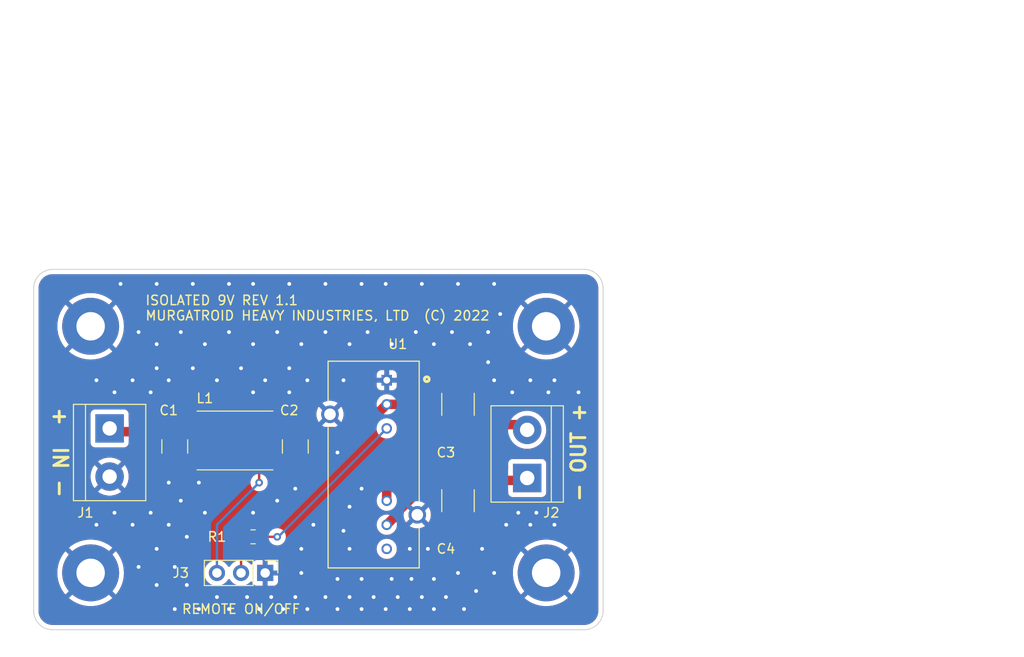
<source format=kicad_pcb>
(kicad_pcb (version 20211014) (generator pcbnew)
  (layers (0 "F.Cu" signal) (31 "B.Cu" signal) (34 "B.Paste" user) (35 "F.Paste" user) (36 "B.SilkS" user "B.Silkscreen") (37 "F.SilkS" user "F.Silkscreen") (38 "B.Mask" user) (39 "F.Mask" user) (44 "Edge.Cuts" user))
  (net 0 "")
  (net 1 "GND")
  (net 2 "/Vin")
  (net 3 "/Vin_filtered")
  (net 5 "Net-(J3-Pad2)")
  (net 6 "Net-(R1-Pad2)")
  (net 7 "Net-(C3-Pad2)")
  (net 8 "Net-(C4-Pad2)")
  (footprint "MountingHole:MountingHole_3mm_Pad" (layer "F.Cu") (at 54 54)
    (fp_text reference "H4" hide)
    (fp_text value "MountingHole_Pad")
    (pad "1" thru_hole circle locked (at 0 0) (size 6 6) (drill 3) (layers *.Cu *.Mask) (net 1 "GND"))
  )
  (footprint "MountingHole:MountingHole_3mm_Pad" (layer "F.Cu") (at 54 80)
    (fp_text reference "H3" hide)
    (fp_text value "MountingHole_Pad")
    (pad "1" thru_hole circle locked (at 0 0) (size 6 6) (drill 3) (layers *.Cu *.Mask) (net 1 "GND"))
  )
  (footprint "Resistor_SMD:R_0805_2012Metric_Pad1.20x1.40mm_HandSolder" (layer "F.Cu") (at 71.12 76.2)
    (fp_text reference "R1" (at -3.81 0) (layer "F.SilkS"))
    (fp_text value "DNI/0" hide)
    (fp_line (start -0.227064 -0.735) (end 0.227064 -0.735) (layer "F.SilkS") (width 0.12))
    (fp_line (start -0.227064 0.735) (end 0.227064 0.735) (layer "F.SilkS") (width 0.12))
    (pad "1" smd roundrect (at -1 0) (size 1.2 1.4) (layers "F.Cu" "F.Paste" "F.Mask") (roundrect_rratio 0.2083333333) (net 5 "Net-(J3-Pad2)"))
    (pad "2" smd roundrect (at 1 0) (size 1.2 1.4) (layers "F.Cu" "F.Paste" "F.Mask") (roundrect_rratio 0.2083333333) (net 6 "Net-(R1-Pad2)"))
  )
  (footprint "TerminalBlock:TerminalBlock_bornier-2_P5.08mm" (layer "F.Cu") (at 100 70 90)
    (fp_text reference "J2" (at -3.66 2.54) (layer "F.SilkS"))
    (fp_text value "Conn_01x02")
    (fp_line (start -2.54 3.81) (end 7.62 3.81) (layer "F.SilkS") (width 0.12))
    (fp_line (start 7.62 -3.81) (end -2.54 -3.81) (layer "F.SilkS") (width 0.12))
    (fp_line (start 7.62 3.81) (end 7.62 -3.81) (layer "F.SilkS") (width 0.12))
    (fp_line (start 7.62 2.54) (end -2.54 2.54) (layer "F.SilkS") (width 0.12))
    (fp_line (start -2.54 -3.81) (end -2.54 3.81) (layer "F.SilkS") (width 0.12))
    (pad "1" thru_hole rect locked (at 0 0 90) (size 3 3) (drill 1.52) (layers *.Cu *.Mask) (net 8 "Net-(C4-Pad2)"))
    (pad "2" thru_hole circle locked (at 5.08 0 90) (size 3 3) (drill 1.52) (layers *.Cu *.Mask) (net 7 "Net-(C3-Pad2)"))
  )
  (footprint "MountingHole:MountingHole_3mm_Pad" (layer "F.Cu") (at 102 80)
    (fp_text reference "H2" hide)
    (fp_text value "MountingHole_Pad")
    (pad "1" thru_hole circle locked (at 0 0) (size 6 6) (drill 3) (layers *.Cu *.Mask) (net 1 "GND"))
  )
  (footprint "MountingHole:MountingHole_3mm_Pad" (layer "F.Cu") (at 102 54)
    (fp_text reference "H1" hide)
    (fp_text value "MountingHole_Pad")
    (pad "1" thru_hole circle locked (at 0 0) (size 6 6) (drill 3) (layers *.Cu *.Mask) (net 1 "GND"))
  )
  (footprint "Inductor_SMD:L_Taiyo-Yuden_NR-60xx_HandSoldering" (layer "F.Cu") (at 69.215 66.04)
    (fp_text reference "L1" (at -3.175 -4.445) (layer "F.SilkS"))
    (fp_text value "10u")
    (fp_line (start -4 -3.1) (end 4 -3.1) (layer "F.SilkS") (width 0.12))
    (fp_line (start -4 3.1) (end 4 3.1) (layer "F.SilkS") (width 0.12))
    (pad "1" smd rect (at -2.775 0) (size 2.45 5.9) (layers "F.Cu" "F.Paste" "F.Mask") (net 2 "/Vin"))
    (pad "2" smd rect (at 2.775 0) (size 2.45 5.9) (layers "F.Cu" "F.Paste" "F.Mask") (net 3 "/Vin_filtered"))
  )
  (footprint "Capacitor_SMD:C_1210_3225Metric_Pad1.33x2.70mm_HandSolder" (layer "F.Cu") (at 62.865 66.675 -90)
    (fp_text reference "C1" (at -3.81 0.635) (layer "F.SilkS"))
    (fp_text value "4.7u 100V")
    (fp_line (start -0.711252 1.36) (end 0.711252 1.36) (layer "F.SilkS") (width 0.12))
    (fp_line (start -0.711252 -1.36) (end 0.711252 -1.36) (layer "F.SilkS") (width 0.12))
    (pad "1" smd roundrect (at -1.5625 0 270) (size 1.325 2.7) (layers "F.Cu" "F.Paste" "F.Mask") (roundrect_rratio 0.1886792453) (net 2 "/Vin"))
    (pad "2" smd roundrect (at 1.5625 0 270) (size 1.325 2.7) (layers "F.Cu" "F.Paste" "F.Mask") (roundrect_rratio 0.1886792453) (net 1 "GND"))
  )
  (footprint "Connector_PinHeader_2.54mm:PinHeader_1x03_P2.54mm_Vertical" (layer "F.Cu") (at 72.39 80.01 -90)
    (fp_text reference "J3" (at 0 8.89) (layer "F.SilkS"))
    (fp_text value "DNI")
    (fp_line (start -1.33 1.27) (end -1.33 6.41) (layer "F.SilkS") (width 0.12))
    (fp_line (start -1.33 6.41) (end 1.33 6.41) (layer "F.SilkS") (width 0.12))
    (fp_line (start -1.33 0) (end -1.33 -1.33) (layer "F.SilkS") (width 0.12))
    (fp_line (start -1.33 1.27) (end 1.33 1.27) (layer "F.SilkS") (width 0.12))
    (fp_line (start -1.33 -1.33) (end 0 -1.33) (layer "F.SilkS") (width 0.12))
    (fp_line (start 1.33 1.27) (end 1.33 6.41) (layer "F.SilkS") (width 0.12))
    (pad "1" thru_hole rect (at 0 0 270) (size 1.7 1.7) (drill 1) (layers *.Cu *.Mask) (net 1 "GND"))
    (pad "2" thru_hole oval (at 0 2.54 270) (size 1.7 1.7) (drill 1) (layers *.Cu *.Mask) (net 5 "Net-(J3-Pad2)"))
    (pad "3" thru_hole oval (at 0 5.08 270) (size 1.7 1.7) (drill 1) (layers *.Cu *.Mask) (net 3 "/Vin_filtered"))
  )
  (footprint "Capacitor_SMD:C_1210_3225Metric_Pad1.33x2.70mm_HandSolder" (layer "F.Cu") (at 75.565 66.675 -90)
    (fp_text reference "C2" (at -3.81 0.635) (layer "F.SilkS"))
    (fp_text value "4.7u 100V")
    (fp_line (start -0.711252 -1.36) (end 0.711252 -1.36) (layer "F.SilkS") (width 0.12))
    (fp_line (start -0.711252 1.36) (end 0.711252 1.36) (layer "F.SilkS") (width 0.12))
    (pad "1" smd roundrect (at -1.5625 0 270) (size 1.325 2.7) (layers "F.Cu" "F.Paste" "F.Mask") (roundrect_rratio 0.1886792453) (net 3 "/Vin_filtered"))
    (pad "2" smd roundrect (at 1.5625 0 270) (size 1.325 2.7) (layers "F.Cu" "F.Paste" "F.Mask") (roundrect_rratio 0.1886792453) (net 1 "GND"))
  )
  (footprint "Capacitor_SMD:C_1812_4532Metric_Pad1.57x3.40mm_HandSolder" (layer "F.Cu") (at 92.71 72.39 90)
    (fp_text reference "C4" (at -5.08 -1.27 180) (layer "F.SilkS"))
    (fp_text value "DNI / 1000p 3KV")
    (fp_line (start -1.161252 1.71) (end 1.161252 1.71) (layer "F.SilkS") (width 0.12))
    (fp_line (start -1.161252 -1.71) (end 1.161252 -1.71) (layer "F.SilkS") (width 0.12))
    (pad "1" smd roundrect (at -2.1375 0 90) (size 1.575 3.4) (layers "F.Cu" "F.Paste" "F.Mask") (roundrect_rratio 0.1587301587) (net 1 "GND"))
    (pad "2" smd roundrect (at 2.1375 0 90) (size 1.575 3.4) (layers "F.Cu" "F.Paste" "F.Mask") (roundrect_rratio 0.1587301587) (net 8 "Net-(C4-Pad2)"))
  )
  (footprint "TerminalBlock:TerminalBlock_bornier-2_P5.08mm" (layer "F.Cu") (at 56 64.77 -90)
    (fp_text reference "J1" (at 8.89 2.54) (layer "F.SilkS"))
    (fp_text value "Conn_01x02")
    (fp_line (start 7.62 3.81) (end 7.62 -3.81) (layer "F.SilkS") (width 0.12))
    (fp_line (start 7.62 -3.81) (end -2.54 -3.81) (layer "F.SilkS") (width 0.12))
    (fp_line (start 7.62 2.54) (end -2.54 2.54) (layer "F.SilkS") (width 0.12))
    (fp_line (start -2.54 -3.81) (end -2.54 3.81) (layer "F.SilkS") (width 0.12))
    (fp_line (start -2.54 3.81) (end 7.62 3.81) (layer "F.SilkS") (width 0.12))
    (pad "1" thru_hole rect locked (at 0 0 270) (size 3 3) (drill 1.52) (layers *.Cu *.Mask) (net 2 "/Vin"))
    (pad "2" thru_hole circle locked (at 5.08 0 270) (size 3 3) (drill 1.52) (layers *.Cu *.Mask) (net 1 "GND"))
  )
  (footprint "ch:CONV_ICZ0912S12" (layer "F.Cu") (at 83.82 68.58 -90)
    (fp_text reference "U1" (at -12.7 -2.54 180) (layer "F.SilkS"))
    (fp_text value "ICZ_SINGLE")
    (fp_line (start 10.9 4.8) (end -3.9 4.8) (layer "F.SilkS") (width 0.127))
    (fp_line (start -6.7 4.8) (end -10.9 4.8) (layer "F.SilkS") (width 0.127))
    (fp_line (start 10.9 -4.8) (end 10.9 4.8) (layer "F.SilkS") (width 0.127))
    (fp_line (start 6.7 -4.8) (end 10.9 -4.8) (layer "F.SilkS") (width 0.127))
    (fp_line (start -10.9 -4.8) (end 3.9 -4.8) (layer "F.SilkS") (width 0.127))
    (fp_line (start -10.9 4.8) (end -10.9 -4.8) (layer "F.SilkS") (width 0.127))
    (fp_circle (center -9 -5.6) (end -8.9 -5.6) (layer "F.SilkS") (width 0.3) (fill none))
    (pad "1" thru_hole rect (at -8.89 -1.38 270) (size 1.11 1.11) (drill 0.71) (layers *.Cu *.Mask) (net 1 "GND"))
    (pad "2" thru_hole circle (at -6.35 -1.38 270) (size 1.11 1.11) (drill 0.71) (layers *.Cu *.Mask) (net 3 "/Vin_filtered"))
    (pad "3" thru_hole circle (at -3.81 -1.38 270) (size 1.11 1.11) (drill 0.71) (layers *.Cu *.Mask) (net 6 "Net-(R1-Pad2)"))
    (pad "6" thru_hole circle (at 3.81 -1.38 270) (size 1.11 1.11) (drill 0.71) (layers *.Cu *.Mask) (net 7 "Net-(C3-Pad2)"))
    (pad "7" thru_hole circle (at 6.35 -1.38 270) (size 1.11 1.11) (drill 0.71) (layers *.Cu *.Mask) (net 8 "Net-(C4-Pad2)"))
    (pad "8" thru_hole circle (at 8.89 -1.38 270) (size 1.11 1.11) (drill 0.71) (layers *.Cu *.Mask))
    (pad "9" thru_hole circle (at -5.3 4.6 270) (size 1.85 1.85) (drill 1.23) (layers *.Cu *.Mask) (net 1 "GND"))
    (pad "12" thru_hole circle (at 5.3 -4.6 270) (size 1.85 1.85) (drill 1.23) (layers *.Cu *.Mask) (net 1 "GND"))
  )
  (footprint "Capacitor_SMD:C_1812_4532Metric_Pad1.57x3.40mm_HandSolder" (layer "F.Cu") (at 92.71 62.23 -90)
    (fp_text reference "C3" (at 5.08 1.27 180) (layer "F.SilkS"))
    (fp_text value "DNI / 1000p 3KV")
    (fp_line (start -1.161252 -1.71) (end 1.161252 -1.71) (layer "F.SilkS") (width 0.12))
    (fp_line (start -1.161252 1.71) (end 1.161252 1.71) (layer "F.SilkS") (width 0.12))
    (pad "1" smd roundrect (at -2.1375 0 270) (size 1.575 3.4) (layers "F.Cu" "F.Paste" "F.Mask") (roundrect_rratio 0.1587301587) (net 3 "/Vin_filtered"))
    (pad "2" smd roundrect (at 2.1375 0 270) (size 1.575 3.4) (layers "F.Cu" "F.Paste" "F.Mask") (roundrect_rratio 0.1587301587) (net 7 "Net-(C3-Pad2)"))
  )
  (gr_line locked (start 50 48) (end 106 48) (layer "Edge.Cuts") (width 0.1))
  (gr_arc locked (start 50 86) (mid 48.585786 85.414214) (end 48 84) (layer "Edge.Cuts") (width 0.1))
  (gr_line locked (start 108 84) (end 108 50) (layer "Edge.Cuts") (width 0.1))
  (gr_line locked (start 50 86) (end 106 86) (layer "Edge.Cuts") (width 0.1))
  (gr_arc locked (start 108 84) (mid 107.414214 85.414214) (end 106 86) (layer "Edge.Cuts") (width 0.1))
  (gr_arc locked (start 106 48) (mid 107.414214 48.585786) (end 108 50) (layer "Edge.Cuts") (width 0.1))
  (gr_line locked (start 48 50) (end 48 84) (layer "Edge.Cuts") (width 0.1))
  (gr_arc locked (start 48 50) (mid 48.585786 48.585786) (end 50 48) (layer "Edge.Cuts") (width 0.1))
  (gr_text "- OUT +" (at 105.41 67.31 -270) (layer "F.SilkS") (effects (font (size 1.5 1.5) (thickness 0.3))))
  (gr_text "REMOTE ON/OFF" (at 69.85 83.82) (layer "F.SilkS") (effects (font (size 1 1))))
  (gr_text "ISOLATED 9V REV 1.1\nMURGATROID HEAVY INDUSTRIES, LTD  (C) 2022" (at 59.69 52.07) (layer "F.SilkS") (effects (font (size 1 1)) (justify left)))
  (gr_text "+  IN -" (at 50.8 67.31 -90) (layer "F.SilkS") (effects (font (size 1.5 1.5) (thickness 0.3))))
  (via (at 74.93 60.96) (size 0.8) (drill 0.4) (layers "F.Cu" "B.Cu") (net 1))
  (via (at 96.52 80.01) (size 0.8) (drill 0.4) (layers "F.Cu" "B.Cu") (net 1))
  (via (at 77.47 74.93) (size 0.8) (drill 0.4) (layers "F.Cu" "B.Cu") (net 1))
  (via (at 70.485 82.55) (size 0.8) (drill 0.4) (layers "F.Cu" "B.Cu") (net 1))
  (via (at 62.865 79.375) (size 0.8) (drill 0.4) (layers "F.Cu" "B.Cu") (net 1))
  (via (at 83.82 82.55) (size 0.8) (drill 0.4) (layers "F.Cu" "B.Cu") (net 1))
  (via (at 80.645 59.69) (size 0.8) (drill 0.4) (layers "F.Cu" "B.Cu") (net 1))
  (via (at 59.055 79.375) (size 0.8) (drill 0.4) (layers "F.Cu" "B.Cu") (net 1))
  (via (at 87.63 77.47) (size 0.8) (drill 0.4) (layers "F.Cu" "B.Cu") (net 1))
  (via (at 64.135 76.2) (size 0.8) (drill 0.4) (layers "F.Cu" "B.Cu") (net 1))
  (via (at 92.075 54.61) (size 0.8) (drill 0.4) (layers "F.Cu" "B.Cu") (net 1))
  (via (at 78.74 54.61) (size 0.8) (drill 0.4) (layers "F.Cu" "B.Cu") (net 1))
  (via (at 87.807696 80.641092) (size 0.8) (drill 0.4) (layers "F.Cu" "B.Cu") (net 1))
  (via (at 60.96 77.47) (size 0.8) (drill 0.4) (layers "F.Cu" "B.Cu") (net 1))
  (via (at 82.55 83.82) (size 0.8) (drill 0.4) (layers "F.Cu" "B.Cu") (net 1))
  (via (at 60.96 58.42) (size 0.8) (drill 0.4) (layers "F.Cu" "B.Cu") (net 1))
  (via (at 81.28 73.025) (size 0.8) (drill 0.4) (layers "F.Cu" "B.Cu") (net 1))
  (via (at 99.06 73.66) (size 0.8) (drill 0.4) (layers "F.Cu" "B.Cu") (net 1))
  (via (at 72.39 59.69) (size 0.8) (drill 0.4) (layers "F.Cu" "B.Cu") (net 1))
  (via (at 86.36 82.55) (size 0.8) (drill 0.4) (layers "F.Cu" "B.Cu") (net 1))
  (via (at 91.44 82.55) (size 0.8) (drill 0.4) (layers "F.Cu" "B.Cu") (net 1))
  (via (at 80.645 75.565) (size 0.8) (drill 0.4) (layers "F.Cu" "B.Cu") (net 1))
  (via (at 102.235 60.96) (size 0.8) (drill 0.4) (layers "F.Cu" "B.Cu") (net 1))
  (via (at 67.31 82.55) (size 0.8) (drill 0.4) (layers "F.Cu" "B.Cu") (net 1))
  (via (at 63.5 54.61) (size 0.8) (drill 0.4) (layers "F.Cu" "B.Cu") (net 1))
  (via (at 100.33 59.69) (size 0.8) (drill 0.4) (layers "F.Cu" "B.Cu") (net 1))
  (via (at 65.405 83.82) (size 0.8) (drill 0.4) (layers "F.Cu" "B.Cu") (net 1))
  (via (at 71.12 60.96) (size 0.8) (drill 0.4) (layers "F.Cu" "B.Cu") (net 1))
  (via (at 58.42 59.69) (size 0.8) (drill 0.4) (layers "F.Cu" "B.Cu") (net 1))
  (via (at 82.55 71.12) (size 0.8) (drill 0.4) (layers "F.Cu" "B.Cu") (net 1))
  (via (at 88.9 82.55) (size 0.8) (drill 0.4) (layers "F.Cu" "B.Cu") (net 1))
  (via (at 82.55 49.53) (size 0.8) (drill 0.4) (layers "F.Cu" "B.Cu") (net 1))
  (via (at 85.09 49.53) (size 0.8) (drill 0.4) (layers "F.Cu" "B.Cu") (net 1))
  (via (at 64.77 49.53) (size 0.8) (drill 0.4) (layers "F.Cu" "B.Cu") (net 1))
  (via (at 96.52 59.69) (size 0.8) (drill 0.4) (layers "F.Cu" "B.Cu") (net 1))
  (via (at 60.96 55.88) (size 0.8) (drill 0.4) (layers "F.Cu" "B.Cu") (net 1))
  (via (at 76.835 83.82) (size 0.8) (drill 0.4) (layers "F.Cu" "B.Cu") (net 1))
  (via (at 97.79 74.93) (size 0.8) (drill 0.4) (layers "F.Cu" "B.Cu") (net 1))
  (via (at 85.725 55.88) (size 0.8) (drill 0.4) (layers "F.Cu" "B.Cu") (net 1))
  (via (at 80.01 83.82) (size 0.8) (drill 0.4) (layers "F.Cu" "B.Cu") (net 1))
  (via (at 92.71 80.01) (size 0.8) (drill 0.4) (layers "F.Cu" "B.Cu") (net 1))
  (via (at 100.965 73.66) (size 0.8) (drill 0.4) (layers "F.Cu" "B.Cu") (net 1))
  (via (at 69.85 58.42) (size 0.8) (drill 0.4) (layers "F.Cu" "B.Cu") (net 1))
  (via (at 71.12 55.88) (size 0.8) (drill 0.4) (layers "F.Cu" "B.Cu") (net 1))
  (via (at 60.325 60.96) (size 0.8) (drill 0.4) (layers "F.Cu" "B.Cu") (net 1))
  (via (at 87.63 83.82) (size 0.8) (drill 0.4) (layers "F.Cu" "B.Cu") (net 1))
  (via (at 90.17 55.88) (size 0.8) (drill 0.4) (layers "F.Cu" "B.Cu") (net 1))
  (via (at 76.2 80.01) (size 0.8) (drill 0.4) (layers "F.Cu" "B.Cu") (net 1))
  (via (at 100.33 74.93) (size 0.8) (drill 0.4) (layers "F.Cu" "B.Cu") (net 1))
  (via (at 76.835 59.69) (size 0.8) (drill 0.4) (layers "F.Cu" "B.Cu") (net 1))
  (via (at 68.58 83.82) (size 0.8) (drill 0.4) (layers "F.Cu" "B.Cu") (net 1))
  (via (at 59.055 54.61) (size 0.8) (drill 0.4) (layers "F.Cu" "B.Cu") (net 1))
  (via (at 68.58 49.53) (size 0.8) (drill 0.4) (layers "F.Cu" "B.Cu") (net 1))
  (via (at 80.01 67.31) (size 0.8) (drill 0.4) (layers "F.Cu" "B.Cu") (net 1))
  (via (at 57.15 49.53) (size 0.8) (drill 0.4) (layers "F.Cu" "B.Cu") (net 1))
  (via (at 64.77 58.42) (size 0.8) (drill 0.4) (layers "F.Cu" "B.Cu") (net 1))
  (via (at 73.66 72.39) (size 0.8) (drill 0.4) (layers "F.Cu" "B.Cu") (net 1))
  (via (at 82.55 80.645) (size 0.8) (drill 0.4) (layers "F.Cu" "B.Cu") (net 1))
  (via (at 71.12 49.53) (size 0.8) (drill 0.4) (layers "F.Cu" "B.Cu") (net 1))
  (via (at 105.41 60.96) (size 0.8) (drill 0.4) (layers "F.Cu" "B.Cu") (net 1))
  (via (at 60.325 73.66) (size 0.8) (drill 0.4) (layers "F.Cu" "B.Cu") (net 1))
  (via (at 62.23 74.93) (size 0.8) (drill 0.4) (layers "F.Cu" "B.Cu") (net 1))
  (via (at 68.58 54.61) (size 0.8) (drill 0.4) (layers "F.Cu" "B.Cu") (net 1))
  (via (at 98.425 60.96) (size 0.8) (drill 0.4) (layers "F.Cu" "B.Cu") (net 1))
  (via (at 71.755 83.82) (size 0.8) (drill 0.4) (layers "F.Cu" "B.Cu") (net 1))
  (via (at 78.74 82.55) (size 0.8) (drill 0.4) (layers "F.Cu" "B.Cu") (net 1))
  (via (at 74.93 58.42) (size 0.8) (drill 0.4) (layers "F.Cu" "B.Cu") (net 1))
  (via (at 62.865 83.82) (size 0.8) (drill 0.4) (layers "F.Cu" "B.Cu") (net 1))
  (via (at 94.615 81.915) (size 0.8) (drill 0.4) (layers "F.Cu" "B.Cu") (net 1))
  (via (at 76.2 77.47) (size 0.8) (drill 0.4) (layers "F.Cu" "B.Cu") (net 1))
  (via (at 95.885 57.785) (size 0.8) (drill 0.4) (layers "F.Cu" "B.Cu") (net 1))
  (via (at 85.09 83.82) (size 0.8) (drill 0.4) (layers "F.Cu" "B.Cu") (net 1))
  (via (at 81.28 77.47) (size 0.8) (drill 0.4) (layers "F.Cu" "B.Cu") (net 1))
  (via (at 75.565 71.12) (size 0.8) (drill 0.4) (layers "F.Cu" "B.Cu") (net 1))
  (via (at 102.87 59.69) (size 0.8) (drill 0.4) (layers "F.Cu" "B.Cu") (net 1))
  (via (at 60.96 49.53) (size 0.8) (drill 0.4) (layers "F.Cu" "B.Cu") (net 1))
  (via (at 67.31 59.69) (size 0.8) (drill 0.4) (layers "F.Cu" "B.Cu") (net 1))
  (via (at 74.295 83.82) (size 0.8) (drill 0.4) (layers "F.Cu" "B.Cu") (net 1))
  (via (at 97.155 52.705) (size 0.8) (drill 0.4) (layers "F.Cu" "B.Cu") (net 1))
  (via (at 54.61 59.69) (size 0.8) (drill 0.4) (layers "F.Cu" "B.Cu") (net 1))
  (via (at 65.405 70.485) (size 0.8) (drill 0.4) (layers "F.Cu" "B.Cu") (net 1))
  (via (at 54.61 74.93) (size 0.8) (drill 0.4) (layers "F.Cu" "B.Cu") (net 1))
  (via (at 80.01 80.645) (size 0.8) (drill 0.4) (layers "F.Cu" "B.Cu") (net 1))
  (via (at 95.25 77.47) (size 0.8) (drill 0.4) (layers "F.Cu" "B.Cu") (net 1))
  (via (at 96.52 49.53) (size 0.8) (drill 0.4) (layers "F.Cu" "B.Cu") (net 1))
  (via (at 78.74 49.53) (size 0.8) (drill 0.4) (layers "F.Cu" "B.Cu") (net 1))
  (via (at 74.93 49.53) (size 0.8) (drill 0.4) (layers "F.Cu" "B.Cu") (net 1))
  (via (at 73.66 54.61) (size 0.8) (drill 0.4) (layers "F.Cu" "B.Cu") (net 1))
  (via (at 81.28 55.88) (size 0.8) (drill 0.4) (layers "F.Cu" "B.Cu") (net 1))
  (via (at 88.9 49.53) (size 0.8) (drill 0.4) (layers "F.Cu" "B.Cu") (net 1))
  (via (at 62.23 59.69) (size 0.8) (drill 0.4) (layers "F.Cu" "B.Cu") (net 1))
  (via (at 89.535 77.47) (size 0.8) (drill 0.4) (layers "F.Cu" "B.Cu") (net 1))
  (via (at 95.885 54.61) (size 0.8) (drill 0.4) (layers "F.Cu" "B.Cu") (net 1))
  (via (at 90.17 83.82) (size 0.8) (drill 0.4) (layers "F.Cu" "B.Cu") (net 1))
  (via (at 85.718325 80.641092) (size 0.8) (drill 0.4) (layers "F.Cu" "B.Cu") (net 1))
  (via (at 58.42 74.93) (size 0.8) (drill 0.4) (layers "F.Cu" "B.Cu") (net 1))
  (via (at 92.71 49.53) (size 0.8) (drill 0.4) (layers "F.Cu" "B.Cu") (net 1))
  (via (at 63.5 72.39) (size 0.8) (drill 0.4) (layers "F.Cu" "B.Cu") (net 1))
  (via (at 81.28 82.55) (size 0.8) (drill 0.4) (layers "F.Cu" "B.Cu") (net 1))
  (via (at 66.04 73.66) (size 0.8) (drill 0.4) (layers "F.Cu" "B.Cu") (net 1))
  (via (at 90.17 80.645) (size 0.8) (drill 0.4) (layers "F.Cu" "B.Cu") (net 1))
  (via (at 71.12 73.66) (size 0.8) (drill 0.4) (layers "F.Cu" "B.Cu") (net 1))
  (via (at 76.2 55.88) (size 0.8) (drill 0.4) (layers "F.Cu" "B.Cu") (net 1))
  (via (at 102.87 74.93) (size 0.8) (drill 0.4) (layers "F.Cu" "B.Cu") (net 1))
  (via (at 56.515 73.66) (size 0.8) (drill 0.4) (layers "F.Cu" "B.Cu") (net 1))
  (via (at 93.98 55.88) (size 0.8) (drill 0.4) (layers "F.Cu" "B.Cu") (net 1))
  (via (at 93.345 83.82) (size 0.8) (drill 0.4) (layers "F.Cu" "B.Cu") (net 1))
  (via (at 88.265 54.61) (size 0.8) (drill 0.4) (layers "F.Cu" "B.Cu") (net 1))
  (via (at 56.515 60.96) (size 0.8) (drill 0.4) (layers "F.Cu" "B.Cu") (net 1))
  (via (at 62.23 70.485) (size 0.8) (drill 0.4) (layers "F.Cu" "B.Cu") (net 1))
  (via (at 73.025 82.55) (size 0.8) (drill 0.4) (layers "F.Cu" "B.Cu") (net 1))
  (via (at 60.96 81.28) (size 0.8) (drill 0.4) (layers "F.Cu" "B.Cu") (net 1))
  (via (at 64.135 81.28) (size 0.8) (drill 0.4) (layers "F.Cu" "B.Cu") (net 1))
  (via (at 66.04 55.88) (size 0.8) (drill 0.4) (layers "F.Cu" "B.Cu") (net 1))
  (via (at 83.185 54.61) (size 0.8) (drill 0.4) (layers "F.Cu" "B.Cu") (net 1))
  (via (at 75.565 82.55) (size 0.8) (drill 0.4) (layers "F.Cu" "B.Cu") (net 1))
  (segment (start 56.3425 65.1125) (end 56 64.77) (width 1) (layer "F.Cu") (net 2))
  (segment (start 62.865 65.1125) (end 56.3425 65.1125) (width 1) (layer "F.Cu") (net 2))
  (segment (start 65.5125 65.1125) (end 66.44 66.04) (width 1) (layer "F.Cu") (net 2))
  (segment (start 62.865 65.1125) (end 65.5125 65.1125) (width 1) (layer "F.Cu") (net 2))
  (segment (start 71.755 70.485) (end 71.755 66.275) (width 0.25) (layer "F.Cu") (net 3))
  (segment (start 82.3175 65.1125) (end 85.2 62.23) (width 1) (layer "F.Cu") (net 3))
  (segment (start 89.7675 60.0925) (end 87.63 62.23) (width 1) (layer "F.Cu") (net 3))
  (segment (start 75.565 65.1125) (end 82.3175 65.1125) (width 1) (layer "F.Cu") (net 3))
  (segment (start 87.63 62.23) (end 85.2 62.23) (width 1) (layer "F.Cu") (net 3))
  (segment (start 92.71 60.0925) (end 89.7675 60.0925) (width 1) (layer "F.Cu") (net 3))
  (segment (start 75.565 65.1125) (end 72.9175 65.1125) (width 1) (layer "F.Cu") (net 3))
  (segment (start 72.9175 65.1125) (end 71.99 66.04) (width 1) (layer "F.Cu") (net 3))
  (segment (start 71.755 66.275) (end 71.99 66.04) (width 1) (layer "F.Cu") (net 3))
  (via (at 71.755 70.485) (size 0.8) (drill 0.4) (layers "F.Cu" "B.Cu") (net 3))
  (segment (start 67.31 74.93) (end 71.755 70.485) (width 0.25) (layer "B.Cu") (net 3))
  (segment (start 67.31 80.01) (end 67.31 74.93) (width 0.25) (layer "B.Cu") (net 3))
  (segment (start 70.12 76.2) (end 69.85 76.47) (width 0.25) (layer "F.Cu") (net 5))
  (segment (start 69.85 76.47) (end 69.85 80.01) (width 0.25) (layer "F.Cu") (net 5))
  (segment (start 73.66 76.2) (end 72.12 76.2) (width 0.25) (layer "F.Cu") (net 6))
  (via (at 73.66 76.2) (size 0.8) (drill 0.4) (layers "F.Cu" "B.Cu") (net 6))
  (segment (start 73.77 76.2) (end 73.66 76.2) (width 0.25) (layer "B.Cu") (net 6))
  (segment (start 85.2 64.77) (end 73.77 76.2) (width 0.25) (layer "B.Cu") (net 6))
  (segment (start 85.2 69.74) (end 90.5725 64.3675) (width 1) (layer "F.Cu") (net 7))
  (segment (start 85.2 72.39) (end 85.2 69.74) (width 1) (layer "F.Cu") (net 7))
  (segment (start 90.5725 64.3675) (end 92.71 64.3675) (width 1) (layer "F.Cu") (net 7))
  (segment (start 99.4475 64.3675) (end 100 64.92) (width 1) (layer "F.Cu") (net 7))
  (segment (start 92.71 64.3675) (end 99.4475 64.3675) (width 1) (layer "F.Cu") (net 7))
  (segment (start 92.71 70.2525) (end 99.7475 70.2525) (width 1) (layer "F.Cu") (net 8))
  (segment (start 99.7475 70.2525) (end 100 70) (width 1) (layer "F.Cu") (net 8))
  (segment (start 89.679383 70.2525) (end 92.71 70.2525) (width 1) (layer "F.Cu") (net 8))
  (segment (start 85.2 74.93) (end 86.504511 73.625489) (width 1) (layer "F.Cu") (net 8))
  (segment (start 86.504511 73.625489) (end 86.504511 73.427372) (width 1) (layer "F.Cu") (net 8))
  (segment (start 86.504511 73.427372) (end 89.679383 70.2525) (width 1) (layer "F.Cu") (net 8))
  (zone (net 1) (net_name "GND") (layer "F.Cu") (connect_pads (clearance 0.508)) (min_thickness 0.254) (fill yes (thermal_gap 0.508) (thermal_bridge_width 0.508))
    (polygon (pts (xy 111.76 88.9) (xy 44.45 88.9) (xy 44.45 45.72) (xy 111.76 45.72)))
  )
  (zone (net 1) (net_name "GND") (layer "B.Cu") (connect_pads (clearance 0.508)) (min_thickness 0.254) (fill yes (thermal_gap 0.508) (thermal_bridge_width 0.508))
    (polygon (pts (xy 110.49 87.63) (xy 45.72 87.63) (xy 45.72 46.99) (xy 110.49 46.99)))
  )
)
</source>
